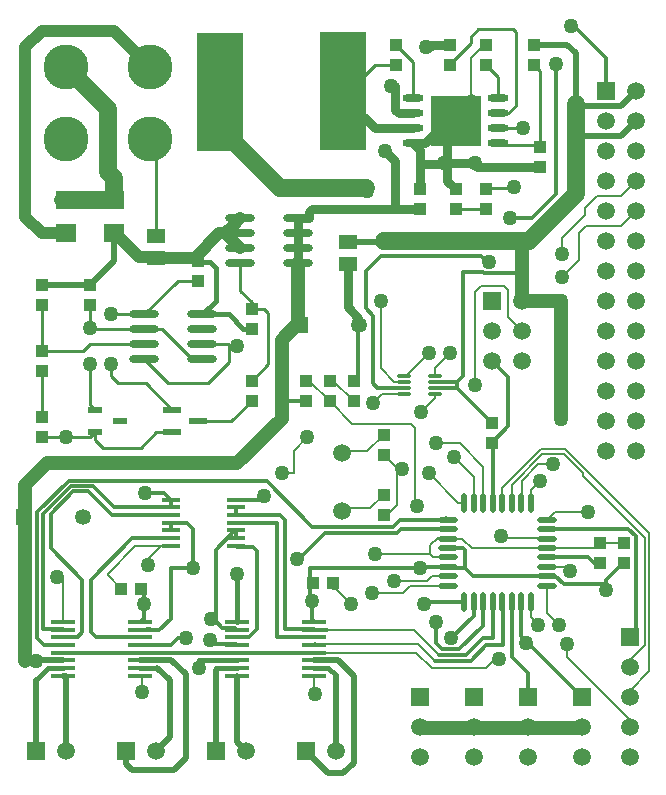
<source format=gtl>
%FSTAX23Y23*%
%MOIN*%
%SFA1B1*%

%IPPOS*%
%ADD10R,0.039370X0.043310*%
%ADD11R,0.157480X0.393700*%
%ADD12R,0.070870X0.062990*%
%ADD13O,0.021650X0.064960*%
%ADD14O,0.064960X0.021650*%
%ADD15R,0.084650X0.015750*%
%ADD16R,0.084650X0.015750*%
%ADD17R,0.043310X0.039370*%
%ADD18R,0.064960X0.011810*%
%ADD19R,0.059060X0.051180*%
%ADD20O,0.049210X0.011810*%
%ADD21O,0.098430X0.027560*%
%ADD22R,0.062990X0.023620*%
%ADD23O,0.070870X0.023620*%
%ADD24R,0.165350X0.165350*%
%ADD25R,0.051180X0.023620*%
%ADD26C,0.007870*%
%ADD27C,0.011810*%
%ADD28C,0.059060*%
%ADD29C,0.019690*%
%ADD30C,0.013780*%
%ADD31C,0.047240*%
%ADD32C,0.010000*%
%ADD33C,0.000000*%
%ADD34C,0.031500*%
%ADD35C,0.039370*%
%ADD36C,0.015750*%
%ADD37C,0.059060*%
%ADD38R,0.059060X0.059060*%
%ADD39C,0.053150*%
%ADD40R,0.053150X0.053150*%
%ADD41C,0.059060*%
%ADD42R,0.059060X0.059060*%
%ADD43C,0.150000*%
%ADD44C,0.050000*%
%LNrazbot_v02-1*%
%LPD*%
G54D10*
X0198Y00793D03*
Y00726D03*
X0206Y00793D03*
Y00726D03*
X0116Y01333D03*
Y01266D03*
X0126Y01086D03*
Y01153D03*
X0064Y01666D03*
Y01733D03*
X0176Y02386D03*
Y02453D03*
X016D03*
Y02386D03*
X013D03*
Y02453D03*
X0148Y02386D03*
Y02453D03*
X0138Y01973D03*
Y01906D03*
X0082Y01266D03*
Y01333D03*
Y01573D03*
Y01506D03*
X0028Y01653D03*
Y01586D03*
X015Y01906D03*
Y01973D03*
X016Y01906D03*
Y01973D03*
X0178Y02113D03*
Y02046D03*
X0012Y01146D03*
Y01213D03*
Y01366D03*
Y01433D03*
Y01586D03*
Y01653D03*
X0162Y01126D03*
Y01193D03*
X0126Y00886D03*
Y00953D03*
X01Y01333D03*
Y01266D03*
X0108Y01333D03*
Y01266D03*
G54D11*
X01125Y023D03*
X00715Y02295D03*
G54D12*
X002Y01824D03*
Y01935D03*
X0036D03*
Y01824D03*
G54D13*
X01529Y00925D03*
X01561D03*
X01592D03*
X01624D03*
X01655D03*
X01687D03*
X01718D03*
X0175D03*
Y00594D03*
X01718D03*
X01687D03*
X01655D03*
X01624D03*
X01592D03*
X01561D03*
X01529D03*
G54D14*
X01805Y0087D03*
Y00838D03*
Y00807D03*
Y00775D03*
Y00744D03*
Y00712D03*
Y00681D03*
Y00649D03*
X01474D03*
Y00681D03*
Y00712D03*
Y00744D03*
Y00775D03*
Y00807D03*
Y00838D03*
Y0087D03*
G54D15*
X01028Y0035D03*
Y00376D03*
Y00401D03*
Y00427D03*
Y00452D03*
Y00478D03*
Y00503D03*
Y00529D03*
X00771Y0035D03*
Y00376D03*
Y00401D03*
Y00427D03*
Y00452D03*
Y00478D03*
Y00503D03*
X00448Y0035D03*
Y00376D03*
Y00401D03*
Y00427D03*
Y00452D03*
Y00478D03*
Y00503D03*
Y00529D03*
X00191Y0035D03*
Y00376D03*
Y00401D03*
Y00427D03*
Y00452D03*
Y00478D03*
Y00503D03*
G54D16*
X00771Y00529D03*
X00191D03*
G54D17*
X01026Y0066D03*
X01093D03*
X00453Y0064D03*
X00386D03*
G54D18*
X00769Y00783D03*
Y00808D03*
Y00834D03*
Y0086D03*
Y00885D03*
Y00911D03*
Y00936D03*
X0055Y00783D03*
Y00808D03*
Y00834D03*
Y0086D03*
Y00885D03*
Y00911D03*
Y00936D03*
G54D19*
X0114Y01722D03*
Y01797D03*
X005Y01817D03*
Y01742D03*
G54D20*
X01327Y01349D03*
Y01329D03*
Y0131D03*
Y0129D03*
X01432Y01349D03*
Y01329D03*
Y0131D03*
Y0129D03*
G54D21*
X00463Y01555D03*
Y01505D03*
Y01455D03*
Y01405D03*
X00656Y01555D03*
Y01505D03*
Y01455D03*
Y01405D03*
X00783Y01875D03*
Y01825D03*
Y01775D03*
Y01725D03*
X00976Y01875D03*
Y01825D03*
Y01775D03*
Y01725D03*
G54D22*
X00556Y01237D03*
Y01162D03*
X00643Y012D03*
G54D23*
X01641Y02125D03*
Y02175D03*
Y02225D03*
Y02275D03*
X01358Y02125D03*
Y02175D03*
Y02225D03*
Y02275D03*
G54D24*
X015Y022D03*
G54D25*
X00298Y01237D03*
Y01162D03*
X00381Y012D03*
G54D26*
X01175Y01516D02*
X01178Y0152D01*
X0116Y01333D02*
X01175Y01348D01*
X0205Y0185D02*
X021Y019D01*
X01935Y0185D02*
X0205D01*
X0191Y01825D02*
X01935Y0185D01*
X0205Y0195D02*
X021Y02D01*
X0197Y0195D02*
X0205D01*
X0193Y0191D02*
X0197Y0195D01*
X00191Y00529D02*
Y0068D01*
X00465Y0073D02*
X00518Y00783D01*
X01305Y0092D02*
Y01041D01*
X01125Y0092D02*
X01135Y0091D01*
X016Y00375D02*
X0164Y00415D01*
X01637Y00412D02*
X0164Y00415D01*
X016Y00375D02*
X01637Y00412D01*
X01361Y00503D02*
X01444Y0042D01*
X01028Y00503D02*
X01361D01*
X01125Y0092D02*
X01132Y00912D01*
X01135Y0091*
X01305Y0104D02*
Y01041D01*
Y0092D02*
Y0104D01*
X00465Y0073D02*
X00518Y00783D01*
X00191Y00529D02*
Y0068D01*
X0096Y011D02*
X01005Y01145D01*
X0096Y01025D02*
Y011D01*
X0155Y02276D02*
Y02408D01*
X01594Y02453*
X01805Y00775D02*
X01969Y00775D01*
X01474Y00744D02*
X01474Y00744D01*
X0198Y00793D02*
X0206D01*
X01471Y0081D02*
X01474Y00807D01*
X01425Y00744D02*
X01474D01*
X01415Y00755D02*
X01425Y00744D01*
X01415Y00755D02*
Y00785D01*
X0144Y0081*
X01471*
X00448Y0035D02*
X00455Y00344D01*
Y003D02*
Y00344D01*
X01028Y00301D02*
Y0035D01*
Y00301D02*
X0103Y003D01*
X0034Y00686D02*
X00386Y0064D01*
X0034Y00686D02*
Y0069D01*
X00433Y00783*
X00518D02*
X0055D01*
X00433D02*
X00518D01*
X0183Y00895D02*
X0194D01*
X01805Y0087D02*
X0183Y00895D01*
X01028Y00427D02*
X01367D01*
X01031Y00455D02*
X01375D01*
X0143Y004*
X01367Y00427D02*
X0142Y00375D01*
X016*
X01805Y00712D02*
X01867D01*
X0208Y0018D02*
Y00201D01*
X0187Y00411D02*
X0208Y00201D01*
X0187Y00411D02*
Y00455D01*
X01718Y00925D02*
X0172Y00926D01*
X0175Y00925D02*
Y0097D01*
X0178Y01*
X0208Y0028D02*
Y003D01*
Y0038D02*
Y00401D01*
Y003D02*
X02145Y00365D01*
X0208Y00401D02*
X0213Y00451D01*
Y0081*
X01925Y01015D02*
X0213Y0081D01*
X0186Y01089D02*
X01925Y01025D01*
X0172Y00926D02*
Y01D01*
X01775Y01055*
X01825*
X01789Y01089D02*
X0186D01*
X01687Y00987D02*
X01789Y01089D01*
X01687Y00925D02*
Y00987D01*
X01655Y00975D02*
X01785Y01105D01*
X01655Y00925D02*
Y00975D01*
X0126Y00886D02*
X01271D01*
X01305Y0092*
X0126Y01086D02*
X01305Y01041D01*
X01093Y0064D02*
X011D01*
X0115Y0059*
X0122Y00625D02*
X01325D01*
X01349Y00649*
X01474*
X01295Y00665D02*
X01405D01*
X01421Y00681D02*
X01474D01*
X01405Y00665D02*
X01421Y00681D01*
X0175Y00544D02*
Y00594D01*
Y00544D02*
X01775Y0052D01*
X01805Y00559D02*
Y00649D01*
Y00559D02*
X01845Y0052D01*
X01554Y00775D02*
X01805D01*
X01522Y00807D02*
X01554Y00775D01*
X01474Y00807D02*
X01522D01*
X0123Y00755D02*
X01415D01*
X01802Y0081D02*
X01805Y00807D01*
X0135Y0119D02*
X01365Y01175D01*
X01432Y01277D02*
Y0129D01*
X01385Y0123D02*
X01432Y01277D01*
X01255Y0129D02*
X01327D01*
X01225Y0126D02*
X01255Y0129D01*
X01327Y01349D02*
X01334D01*
X0141Y01425*
X01432Y01349D02*
Y01377D01*
X01561Y00925D02*
Y01013D01*
X01495Y0108D02*
X01561Y01013D01*
X01515Y01125D02*
X01592Y01047D01*
X01435Y01125D02*
X01515D01*
X01592Y00925D02*
Y01047D01*
X0141Y01025D02*
X01509Y00925D01*
X01529*
X01925Y01015D02*
Y01025D01*
X02145Y00365D02*
Y00825D01*
X01785Y01105D02*
X01865D01*
X02145Y00825*
X01432Y01377D02*
X0148Y01425D01*
X01565Y0163D02*
X01585Y0165D01*
X0166*
X01675Y01635*
Y01545D02*
Y01635D01*
Y01545D02*
X0172Y015D01*
X01565Y0132D02*
Y0163D01*
X01855Y01755D02*
Y0181D01*
X0193Y01885*
Y0191*
X0191Y01735D02*
Y01825D01*
X01855Y0168D02*
X0191Y01735D01*
X01327Y0133D02*
X01327Y01329D01*
X01295Y0133D02*
X01327D01*
X0125Y01375D02*
X01295Y0133D01*
X0125Y01375D02*
Y016D01*
X0092Y01025D02*
X0096D01*
X01206Y011D02*
X0126Y01153D01*
X01125Y011D02*
X01206D01*
X01135Y0091D02*
X01216D01*
X0126Y00953*
X01013Y01333D02*
X0108Y01266D01*
X01156Y0119D02*
X0135D01*
X0108Y01266D02*
X01156Y0119D01*
X0165Y0081D02*
X01802D01*
X01365Y00905D02*
Y01175D01*
X01093Y01333D02*
X0116Y01266D01*
X0108Y01333D02*
X01093D01*
G54D27*
X01175Y01348D02*
Y01516D01*
X0186Y00655D02*
X02D01*
X01015Y00595D02*
Y0071D01*
X0137Y00712D02*
X01474D01*
X01718Y00481D02*
X0192Y0028D01*
X00966Y00726D02*
X01065Y00825D01*
X0067Y00475D02*
X0069Y00455D01*
X007Y00533D02*
Y00769D01*
Y0077D02*
X00765Y00835D01*
X0024Y0048D02*
X00255Y00495D01*
X01535Y0042D02*
X0159Y00475D01*
X007Y0077D02*
X00754Y00824D01*
X007Y00533D02*
Y0054D01*
Y00769*
X0067Y00475D02*
X00677Y00467D01*
X0069Y00455*
X00975Y00735D02*
X01065Y00825D01*
X00966Y00726D02*
X00975Y00735D01*
X00625Y0071D02*
Y0084D01*
X0055Y0054D02*
Y0071D01*
X01737Y00462D02*
X0192Y0028D01*
X01718Y00481D02*
X01737Y00462D01*
X01592Y01695D02*
X01594Y01693D01*
X01525Y01695D02*
X01592D01*
X01525Y0135D02*
Y01695D01*
X01504Y01329D02*
X01525Y0135D01*
X0153Y0071D02*
Y0077D01*
X01504Y01308D02*
X0162Y01193D01*
X01474Y00775D02*
X01524D01*
X0138Y00712D02*
X01474D01*
X0137D02*
X0138D01*
X01015Y0071D02*
X0138D01*
X01015Y00595D02*
Y0064D01*
Y0071*
X01477D02*
X0153D01*
X0208Y0048D02*
X0209Y0049D01*
X01805Y00838D02*
X02075Y0084D01*
X01432Y01329D02*
X01504D01*
Y0131D02*
Y01329D01*
X01718Y01693D02*
X0172Y01695D01*
X0162Y01126D02*
X01675Y01181D01*
Y01345*
X0162Y014D02*
X01675Y01345D01*
X01432Y0131D02*
X01504D01*
X002Y0048D02*
X0024D01*
X0174Y0028D02*
Y0036D01*
X01687Y00412D02*
X0174Y0036D01*
X01687Y00412D02*
Y00594D01*
X01718Y00481D02*
Y00594D01*
X02Y0067D02*
X0204Y0071D01*
X0055Y00834D02*
Y0086D01*
X0046Y0059D02*
Y00633D01*
X0047Y00505D02*
X0048D01*
X0055Y00911D02*
Y00936D01*
X00447Y0048D02*
X00448Y00478D01*
Y00427D02*
X00771D01*
X01028*
X00769Y00885D02*
Y00911D01*
X0102Y00538D02*
Y00575D01*
Y00538D02*
X01028Y00529D01*
Y00503D02*
X01071D01*
X01624Y00475D02*
X01625Y00475D01*
X01624Y00475D02*
Y00594D01*
X00769Y00808D02*
Y00834D01*
X00905Y0048D02*
X01027D01*
X00769Y00936D02*
X00858D01*
X0055Y0086D02*
X00605D01*
X00625Y0084*
X00191Y00427D02*
X00448D01*
X003Y0048D02*
X00447D01*
X00285Y00495D02*
X003Y0048D01*
X00354Y00885D02*
X0055D01*
X00363Y00911D02*
X0055D01*
X00217Y00982D02*
X00292D01*
X00363Y00911*
X00275Y00964D02*
X00354Y00885D01*
X00224Y00964D02*
X00275D01*
X0015Y00889D02*
X00224Y00964D01*
X00255Y00501D02*
Y0067D01*
X0015Y00775D02*
Y00889D01*
Y00775D02*
X00255Y0067D01*
X00125Y00505D02*
X0019D01*
X00125D02*
Y00889D01*
X00217Y00982*
X00423Y00808D02*
X0055D01*
X00285Y00495D02*
Y0067D01*
X00423Y00808*
X01469Y00875D02*
X01474Y0087D01*
X00127Y00452D02*
X00191D01*
X00105Y00475D02*
X00127Y00452D01*
X00105Y00475D02*
Y00895D01*
X0021Y01*
X0087*
X01019Y0085*
X0046Y0054D02*
Y0059D01*
X00448Y00529D02*
X0046Y0054D01*
X00448Y00452D02*
X00552D01*
X00575Y00475*
X006*
X00771Y00478D02*
X00772Y0048D01*
X00813*
X00768Y00455D02*
X00771Y00452D01*
X0069Y00455D02*
X00768D01*
X00448Y00503D02*
X00513D01*
X0055Y0054*
Y0071D02*
X00625D01*
X0156Y00593D02*
X01561Y00594D01*
X01399D02*
X01529D01*
X0153Y0071D02*
X01558Y00681D01*
X01805*
X01485Y00475D02*
X0156Y0055D01*
Y00593*
X0159Y00475D02*
X01624D01*
X00765Y00509D02*
X00771Y00503D01*
X00723Y00509D02*
X00765D01*
X007Y00533D02*
X00723Y00509D01*
X00765Y00834D02*
X00769D01*
X0155Y004D02*
X01602Y00452D01*
X01657*
Y00592*
X01655Y00594D02*
X01657Y00592D01*
X01028Y00452D02*
X01031Y00455D01*
X01592Y00517D02*
Y00594D01*
X01513Y00438D02*
X01592Y00517D01*
X01456Y00438D02*
X01513D01*
X01435Y0046D02*
X01456Y00438D01*
X01435Y0046D02*
Y0053D01*
X01444Y0042D02*
X01535D01*
X0143Y004D02*
X0155D01*
X01805Y00681D02*
X01833D01*
X0186Y00655*
X02Y00635D02*
Y00655D01*
Y0067*
X01942Y00744D02*
X0196Y00726D01*
X01805Y00744D02*
X01942D01*
X02076Y00838D02*
X021Y00815D01*
Y0049D02*
Y00815D01*
X01015Y00595D02*
X0102Y0059D01*
X01524Y00775D02*
X0153Y0077D01*
X01318Y00838D02*
X01474D01*
X01315Y0087D02*
X01474D01*
X0093Y00505D02*
X01027D01*
X00769Y00885D02*
X00914D01*
X0093Y0087*
X00813Y0048D02*
X00838Y00505D01*
X00769Y00783D02*
X00772Y0078D01*
X00838Y00505D02*
Y00766D01*
X00825Y0078D02*
X00838Y00766D01*
X00772Y0078D02*
X00825D01*
X00905Y0048D02*
Y0086D01*
X00769D02*
X00905D01*
X0093Y00505D02*
Y0087D01*
X0162Y01126D02*
X01624Y01122D01*
Y00925D02*
Y01122D01*
X00527Y0096D02*
X0055Y00936D01*
X00465Y0096D02*
X00527D01*
X01594Y01693D02*
X01718D01*
X01305Y00825D02*
X01318Y00838D01*
X0129Y00845D02*
X01315Y0087D01*
X01065Y00825D02*
X01305D01*
X01021Y00845D02*
X0129D01*
X00925Y01265D02*
X00998D01*
G54D28*
X019Y01955D02*
Y0215D01*
Y02255*
X00915Y01975D02*
X012D01*
X00715Y02175D02*
X00915Y01975D01*
X002Y01935D02*
X0036D01*
X0034Y0203D02*
Y0224D01*
Y0203D02*
X0036Y0201D01*
X002Y0238D02*
X0034Y0224D01*
X0036Y01935D02*
Y0201D01*
X0126Y018D02*
X01745D01*
X019Y01955*
G54D29*
X019Y0215D02*
X0205D01*
Y0225D02*
X021Y023D01*
X01905Y0225D02*
X0205D01*
X019Y02255D02*
X01905Y0225D01*
X0205Y0215D02*
X021Y022D01*
X019Y02255D02*
Y0233D01*
Y02425*
X001Y00401D02*
X00191D01*
X007Y00095D02*
Y0037D01*
X001Y00401D02*
X00191D01*
X01871Y02453D02*
X019Y02425D01*
X0116Y0006D02*
Y0035D01*
X01125Y00025D02*
X0116Y0006D01*
X01075Y00025D02*
X01125D01*
X01Y001D02*
X01075Y00025D01*
X004Y00055D02*
Y001D01*
Y00055D02*
X0042Y00035D01*
X0056*
X006Y00075*
X0178Y02453D02*
X01871D01*
X0036Y01733D02*
Y01824D01*
X0028Y01653D02*
X0036Y01733D01*
X0012Y01653D02*
X0028D01*
X011Y001D02*
Y00352D01*
X00771Y0035D02*
X00772D01*
Y00128D02*
Y0035D01*
Y00128D02*
X008Y001D01*
X005D02*
X00547Y00147D01*
X00191Y0035D02*
X002D01*
X0114Y01797D02*
X01257D01*
X00448Y00401D02*
X00553D01*
X001Y001D02*
Y00336D01*
X002Y001D02*
Y0035D01*
X01028Y00401D02*
X01108D01*
X0116Y0035*
X00506Y00376D02*
X00547Y00336D01*
Y00147D02*
Y00336D01*
X00553Y00401D02*
X006Y00355D01*
Y00075D02*
Y00355D01*
X0007Y004D02*
X001D01*
G54D30*
X02Y023D02*
Y0241D01*
X0193Y0248D02*
X02Y0241D01*
X0189Y0252D02*
X0193Y0248D01*
X01835Y01955D02*
Y0239D01*
X01585Y0175D02*
X01605Y0173D01*
X0125Y0175D02*
X01585D01*
X01225Y01325D02*
Y0155D01*
Y01325D02*
X01239Y0131D01*
X012Y01575D02*
X01225Y0155D01*
X012Y01575D02*
Y017D01*
X0125Y0175*
X01239Y0131D02*
X01327D01*
X0168Y01875D02*
X01755D01*
X01835Y01955*
G54D31*
X021Y02295D02*
Y023D01*
X0138Y00175D02*
X0156D01*
X0174*
X0192*
X0138D02*
X0156D01*
X0174*
X0192*
X00773Y01058D02*
X00921Y01206D01*
X00065Y00985D02*
X00138Y01058D01*
X0174Y00175D02*
X0192D01*
X0156D02*
X0174D01*
X0138D02*
X0156D01*
X0172Y016D02*
X0185D01*
X00184Y01935D02*
X002D01*
X0172Y016D02*
Y01695D01*
Y01775*
X00138Y01058D02*
X00773D01*
X0185Y01205D02*
Y016D01*
X00976Y01525D02*
Y01725D01*
X00921Y01206D02*
Y0147D01*
X00065Y004D02*
Y0088D01*
Y00985*
X00921Y0147D02*
X00976Y01525D01*
G54D32*
X00715Y02275D02*
X0076D01*
X00715D02*
X0076D01*
X00715D02*
X0076D01*
X00715D02*
X0076D01*
X00715D02*
X0076D01*
X00715D02*
X0076D01*
X00715D02*
X0076D01*
X00715D02*
X0076D01*
X0012Y01146D02*
X002D01*
X0012D02*
X002D01*
X0012D02*
X002D01*
X0012D02*
X002D01*
X0012D02*
X002D01*
X0012D02*
X002D01*
X00282*
X002D02*
X00282D01*
X002D02*
X00282D01*
X002D02*
X00282D01*
X002D02*
X00282D01*
X002D02*
X00282D01*
X00745Y01395D02*
Y0145D01*
Y01395D02*
Y0145D01*
Y01395D02*
Y0145D01*
Y01395D02*
Y0145D01*
Y01395D02*
Y0145D01*
Y01395D02*
Y0145D01*
Y01455*
Y0145D02*
Y01455D01*
Y0145D02*
Y01455D01*
Y0145D02*
Y01455D01*
Y0145D02*
Y01455D01*
Y0145D02*
Y01455D01*
X0012Y01146D02*
X00282D01*
X002D02*
X00282D01*
X0012D02*
X002D01*
X00745Y01395D02*
Y0145D01*
Y01395D02*
Y01455D01*
Y0145D02*
Y01455D01*
X01125Y0228D02*
X01231Y02386D01*
X01125Y0228D02*
X01231Y02386D01*
X01125Y0228D02*
X01231Y02386D01*
X01125Y0228D02*
X01231Y02386D01*
X01125Y0228D02*
X01231Y02386D01*
X01125Y0228D02*
X01231Y02386D01*
X01125Y0228D02*
X01231Y02386D01*
X01125Y0228D02*
X01231Y02386D01*
X0168Y01975D02*
X0169Y01985D01*
X0168Y01975D02*
X0169Y01985D01*
X0168Y01975D02*
X0169Y01985D01*
X0168Y01975D02*
X0169Y01985D01*
X0168Y01975D02*
X0169Y01985D01*
X0168Y01975D02*
X0169Y01985D01*
X01695Y0199*
X0169Y01985D02*
X01695Y0199D01*
X0169Y01985D02*
X01695Y0199D01*
X0169Y01985D02*
X01695Y0199D01*
X0169Y01985D02*
X01695Y0199D01*
X0169Y01985D02*
X01695Y0199D01*
X0168Y01975D02*
X01695Y0199D01*
X0168Y01975D02*
X0169Y01985D01*
X01695Y0199*
X0028Y01505D02*
X00463D01*
X0028D02*
X00463D01*
X0028D02*
X00463D01*
X0028D02*
X00463D01*
X0028D02*
X00463D01*
X0028D02*
X00463D01*
X0028D02*
X00463D01*
X0028D02*
X00463D01*
X0028D02*
X00463D01*
X0169Y01985D02*
X01695Y0199D01*
X0168Y01975D02*
X0169Y01985D01*
X01135Y0229D02*
X01231Y02386D01*
X01125Y0228D02*
X01135Y0229D01*
X00745Y0145D02*
Y01455D01*
Y01395D02*
Y0145D01*
X0012Y01146D02*
X002D01*
X00282*
X00715Y02275D02*
X0076D01*
X005Y01817D02*
Y0212D01*
X01358Y02275D02*
Y02395D01*
X013Y02453D02*
X01358Y02395D01*
X01646Y0212D02*
X01773D01*
X0178Y02113*
X01641Y02125D02*
X01646Y0212D01*
X01231Y02386D02*
X013D01*
X016Y01973D02*
X01601Y01975D01*
X0168*
X01725Y02175D02*
X01735D01*
X01641D02*
X01725D01*
X0178Y0212D02*
Y02366D01*
X0176Y02386D02*
X0178Y02366D01*
X01593Y01905D02*
X01595Y01906D01*
X016*
X015D02*
X01595D01*
X0155Y0246D02*
Y0248D01*
X01641Y02275D02*
Y02344D01*
X016Y02386D02*
X01641Y02344D01*
Y02225D02*
X01675D01*
X017Y0225*
Y02495*
X0169Y02505D02*
X017Y02495D01*
X01575Y02505D02*
X0169D01*
X0155Y0248D02*
X01575Y02505D01*
X0148Y0239D02*
X0155Y0246D01*
X0148Y02386D02*
Y0239D01*
X00282Y01146D02*
X00298Y01162D01*
X0082Y01573D02*
X00861D01*
X00875Y0156*
Y01388D02*
Y0156D01*
X0082Y01333D02*
X00875Y01388D01*
X00656Y01455D02*
X00745D01*
X0035Y01555D02*
X00463D01*
X0035Y0135D02*
Y0139D01*
Y0135D02*
X00375Y01325D01*
X00469*
X00556Y01237*
X00575Y01666D02*
X0064D01*
X00463Y01555D02*
X00575Y01666D01*
X00463Y01505D02*
X0052D01*
X00783Y01631D02*
Y01725D01*
Y01631D02*
X0082Y01595D01*
Y01573D02*
Y01595D01*
X00753Y012D02*
X0082Y01266D01*
X0028Y01256D02*
X00298Y01237D01*
X0028Y01256D02*
Y0139D01*
Y0151D02*
Y01586D01*
Y01505D02*
Y0151D01*
Y01455D02*
X00463D01*
X00258Y01433D02*
X0028Y01455D01*
X0012Y01433D02*
X00258D01*
X0012Y01215D02*
Y01366D01*
Y01433D02*
Y01586D01*
X01605Y0173D02*
X0161D01*
X01625*
X00502Y01162D02*
X00556D01*
X0045Y0111D02*
X00502Y01162D01*
X00298Y01136D02*
Y01162D01*
Y01136D02*
X00325Y0111D01*
X0045*
X00643Y012D02*
X00753D01*
X00675Y01325D02*
X00745Y01395D01*
X00463Y01405D02*
X00543Y01325D01*
X00675*
X0062Y01405D02*
X00656D01*
X0052Y01505D02*
X0062Y01405D01*
G54D33*
X01175Y01495D02*
Y015D01*
G54D34*
X0138Y02055D02*
X0146D01*
X0138D02*
X0146D01*
X0138D02*
X0146D01*
X0138D02*
X0146D01*
X0138D02*
X0146D01*
X0138D02*
X0146D01*
X01473*
X0146D02*
X01473D01*
Y0206*
Y02055D02*
Y0206D01*
Y02055D02*
Y0206D01*
Y02055D02*
Y0206D01*
Y02055D02*
Y0206D01*
Y02055D02*
Y0206D01*
X0146Y02055D02*
X01473D01*
X0146D02*
X01473D01*
X0146D02*
X01473D01*
Y0206D02*
Y022D01*
X0146Y02055D02*
X01473D01*
Y0206D02*
Y022D01*
Y0206D02*
Y022D01*
Y0206D02*
Y022D01*
Y0206D02*
Y022D01*
Y0206D02*
Y022D01*
X0138Y02055D02*
X01473D01*
X0138D02*
X0146D01*
X01473D02*
Y022D01*
Y02055D02*
Y0206D01*
X0146Y02055D02*
X01473D01*
Y0206D02*
Y022D01*
X00976Y01775D02*
Y01825D01*
Y01775D02*
Y01825D01*
Y01875*
Y01825D02*
Y01875D01*
Y01825D02*
Y01875D01*
Y01775D02*
Y01825D01*
Y01775D02*
Y01825D01*
Y01775D02*
Y01825D01*
Y01875*
Y01825D02*
Y01875D01*
Y01825D02*
Y01875D01*
Y01825D02*
Y01875D01*
Y01775D02*
Y01825D01*
Y01775D02*
Y01825D01*
X01012Y01875D02*
Y01896D01*
Y01875D02*
Y01896D01*
Y01875D02*
Y01896D01*
Y01875D02*
Y01896D01*
Y01875D02*
Y01896D01*
Y01875D02*
Y01896D01*
Y01875D02*
Y01896D01*
X01299Y02236D02*
Y02315D01*
Y02236D02*
Y02315D01*
Y02236D02*
Y02315D01*
Y02236D02*
Y02315D01*
Y02236D02*
Y02315D01*
Y02236D02*
Y02315D01*
Y02236D02*
Y02315D01*
X00976Y01825D02*
Y01875D01*
Y01775D02*
Y01825D01*
X01012Y01875D02*
Y01896D01*
X01299Y02236D02*
Y02315D01*
Y02236D02*
Y02315D01*
X01012Y01875D02*
Y01896D01*
X00976Y01775D02*
Y01825D01*
Y01875*
X01573Y02046D02*
X0178D01*
X01473Y0206D02*
Y022D01*
Y02055D02*
Y0206D01*
X0146Y02055D02*
X01473D01*
X0138D02*
X0146D01*
X0114Y01578D02*
Y01722D01*
Y01578D02*
X01175Y01543D01*
X01398Y02125D02*
X01473Y022D01*
X01358Y02125D02*
X01398D01*
X01473Y01999D02*
X015Y01973D01*
X01473Y01999D02*
Y02055D01*
X01299Y01906D02*
X0138D01*
Y02055D02*
Y02103D01*
X01358Y02125D02*
X0138Y02103D01*
X01478Y0206D02*
X01565D01*
X0138Y01973D02*
Y02055D01*
X015Y02226D02*
X0155Y02276D01*
X01594Y02453D02*
X016D01*
X01299Y01906D02*
Y02066D01*
X01265Y021D02*
X01299Y02066D01*
X0123Y02175D02*
X01358D01*
X01125Y0228D02*
X0123Y02175D01*
X014Y02445D02*
X01414D01*
X01422Y02453*
X0148*
X01022Y01906D02*
X01299D01*
X00976Y01725D02*
X00976D01*
X00976Y01825D02*
X00976D01*
X00976Y01775D02*
X00976D01*
X00976Y01875D02*
X00976D01*
X01012*
Y01896D02*
X01022Y01906D01*
X0131Y02225D02*
X01358D01*
X01299Y02236D02*
X0131Y02225D01*
X00976Y01725D02*
Y01775D01*
G54D35*
X0063Y01742D02*
X00713Y01825D01*
X0063Y01742D02*
X00713Y01825D01*
X0063Y01742D02*
X00713Y01825D01*
X0063Y01742D02*
X00713Y01825D01*
X0063Y01742D02*
X00713Y01825D01*
X0063Y01742D02*
X00713Y01825D01*
X0063Y01742D02*
X00713Y01825D01*
X00733D02*
X00758Y0185D01*
X00733Y01825D02*
X00758Y0185D01*
X00733Y01825D02*
X00758Y018D01*
X00733Y01825D02*
X00758Y018D01*
X00733Y01825D02*
X00758Y018D01*
X00783Y01775*
X00758Y018D02*
X00783Y01775D01*
X00758Y018D02*
X00783Y01775D01*
X00733Y01825D02*
X00758Y018D01*
X00733Y01825D02*
X00758Y018D01*
X00733Y01825D02*
X00758Y018D01*
X00733Y01825D02*
X00758Y018D01*
X00783Y01775*
X00758Y018D02*
X00783Y01775D01*
X00758Y018D02*
X00783Y01775D01*
X00758Y018D02*
X00783Y01775D01*
X00758Y018D02*
X00783Y01775D01*
X00733Y01825D02*
X00758Y0185D01*
X00733Y01825D02*
X00758Y0185D01*
X00733Y01825D02*
X00758Y018D01*
X00733Y01825D02*
X00758Y0185D01*
X00733Y01825D02*
X00758Y0185D01*
X00733Y01825D02*
X00758Y0185D01*
X00783Y01875*
X00758Y0185D02*
X00783Y01875D01*
X00758Y0185D02*
X00783Y01875D01*
X00758Y0185D02*
X00783Y01875D01*
X00758Y0185D02*
X00783Y01875D01*
X00758Y0185D02*
X00783Y01875D01*
X00758Y0185D02*
X00783Y01875D01*
X0063Y01742D02*
X00713Y01825D01*
X00758Y018D02*
X00783Y01775D01*
X00733Y01825D02*
X00758Y018D01*
X00733Y01825D02*
X00758Y0185D01*
X00783Y01875*
X00758Y0185D02*
X00783Y01875D01*
X00758Y018D02*
X00783Y01775D01*
X00733Y01825D02*
X00758Y018D01*
X00733Y01825D02*
X00758Y0185D01*
X005Y01742D02*
X0063D01*
X00713Y01825*
X00715Y02175D02*
Y02275D01*
Y02295*
X0012Y01824D02*
X002D01*
X00065Y0188D02*
X0012Y01824D01*
X00065Y0188D02*
Y02445D01*
X0036Y025D02*
X0048Y0238D01*
X00065Y02445D02*
X0012Y025D01*
X0036*
X00445Y01745D02*
X00482D01*
X005Y01742*
X0036Y01824D02*
X00365D01*
X00445Y01745*
X00713Y01825D02*
X00733D01*
X00189Y01835D02*
X002Y01824D01*
G54D36*
X0064Y01733D02*
X00643Y0173D01*
X00745Y01555D02*
X00793Y01506D01*
X0082*
X00701Y00376D02*
X00771D01*
X00448D02*
X00506D01*
X001Y00336D02*
X0014Y00376D01*
X00191*
X00646Y00401D02*
X00771D01*
Y00529D02*
Y00688D01*
X007Y01598D02*
Y0171D01*
X00643Y0173D02*
X0068D01*
X007Y0171*
X00656Y01555D02*
X00745D01*
X00656D02*
X007Y01598D01*
X01028Y00376D02*
X01075D01*
X011Y00352*
G54D37*
X021Y011D03*
X02D03*
X021Y012D03*
X02D03*
X021Y013D03*
X02D03*
X021Y014D03*
X02D03*
X021Y015D03*
X02D03*
X021Y016D03*
X02D03*
X021Y017D03*
X02D03*
X021Y018D03*
X02D03*
X021Y019D03*
X02D03*
X021Y02D03*
X02D03*
X021Y021D03*
X02D03*
X021Y022D03*
X02D03*
X021Y023D03*
X0138Y0008D03*
Y0018D03*
X0174Y0008D03*
Y0018D03*
X0192Y0008D03*
Y0018D03*
X0156Y0008D03*
Y0018D03*
X0172Y014D03*
X0162D03*
X0172Y015D03*
X0162D03*
X0172Y016D03*
X011Y001D03*
X008D03*
X005D03*
X002D03*
X0208Y0038D03*
Y0028D03*
Y0018D03*
Y0008D03*
G54D38*
X02Y023D03*
X0138Y0028D03*
X0174D03*
X0192D03*
X0156D03*
X0162Y016D03*
X0208Y0048D03*
G54D39*
X01178Y0152D03*
X00258Y0088D03*
G54D40*
X00981Y0152D03*
X00061Y0088D03*
G54D41*
X0112Y009D03*
Y01092D03*
G54D42*
X01Y001D03*
X007D03*
X004D03*
X001D03*
G54D43*
X002Y0238D03*
Y0214D03*
X0048Y0238D03*
Y0214D03*
G54D44*
X01835Y0239D03*
X02Y00635D03*
X0185Y016D03*
X014Y02445D03*
X0161Y0173D03*
X01725Y02175D03*
X01565Y0206D03*
X0146D03*
X01205Y01965D03*
X01265Y021D03*
X01695Y0198D03*
X0168Y01875D03*
X01885Y02515D03*
X002Y01145D03*
X0077Y0145D03*
X0035Y01555D03*
Y0139D03*
X0028D03*
Y0151D03*
X0126Y018D03*
X00645Y00375D03*
X01285Y02315D03*
X0138Y0071D03*
X0086Y0095D03*
X0046Y0059D03*
X0097Y0074D03*
X00625Y0071D03*
X0017Y0068D03*
X001Y004D03*
X0103Y0029D03*
X00455Y00295D03*
X0077Y0069D03*
X006Y00475D03*
X0068Y0047D03*
X01485Y00475D03*
X01435Y0053D03*
X0102Y006D03*
X01395Y0059D03*
X00685Y0054D03*
X00475Y0072D03*
X0194Y00895D03*
X01825Y01055D03*
X01645Y00405D03*
X0188Y007D03*
X0187Y00455D03*
X0178Y01D03*
X0132Y0104D03*
X0122Y00625D03*
X0115Y0059D03*
X01295Y00665D03*
X01845Y0052D03*
X01735Y0046D03*
X01775Y0052D03*
X0123Y00755D03*
X0165Y00815D03*
X0137Y00915D03*
X01385Y0123D03*
X01225Y0126D03*
X01435Y01125D03*
X01495Y0108D03*
X00465Y0096D03*
X0141Y01025D03*
X0185Y01205D03*
X01565Y0132D03*
X0141Y01425D03*
X0148D03*
X01855Y0168D03*
Y01755D03*
X0125Y016D03*
X0092Y01025D03*
X01005Y01145D03*
M02*
</source>
